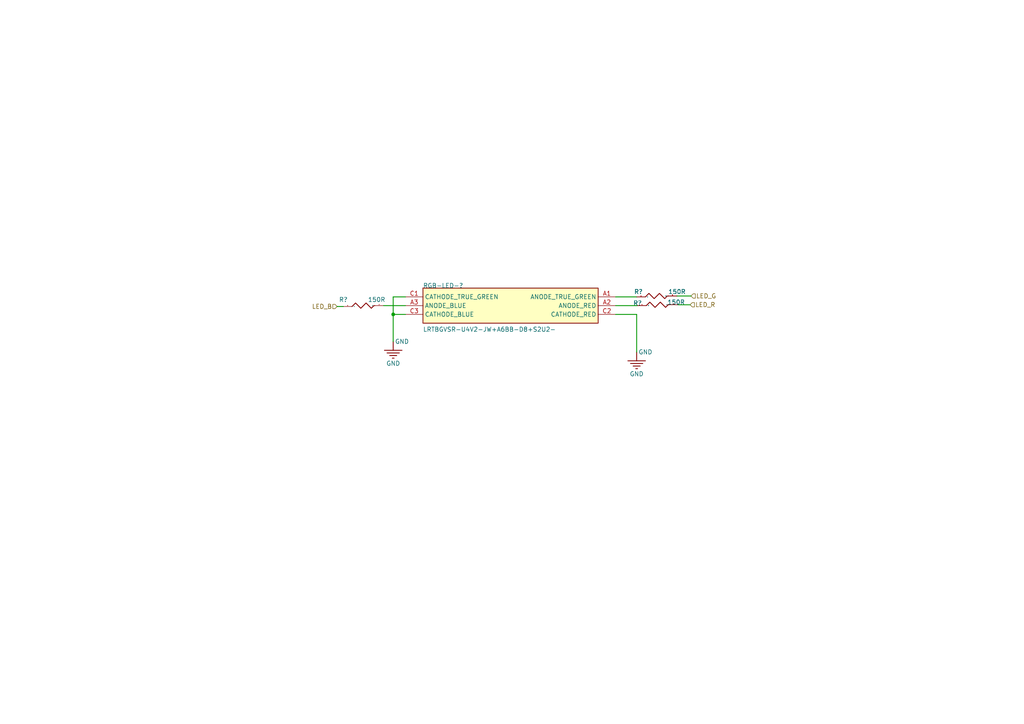
<source format=kicad_sch>
(kicad_sch (version 20230819) (generator eeschema)
  (paper "A4")
  (lib_symbols
    (symbol "asd-altium-import:GND" (power)
      (property "Reference" "#PWR" (at 0 0 0))
      (property "Value" "GND" (at 0 6.35 0))
      (symbol "GND_0_0"
        (polyline (pts (xy -2.54 -2.54) (xy 2.54 -2.54)) (stroke (width 0.254)))
        (polyline (pts (xy -1.778 -3.302) (xy 1.778 -3.302)) (stroke (width 0.254)))
        (polyline (pts (xy -1.016 -4.064) (xy 1.016 -4.064)) (stroke (width 0.254)))
        (polyline (pts (xy -0.254 -4.826) (xy 0.254 -4.826)) (stroke (width 0.254)))
        (polyline (pts (xy 0 0) (xy 0 -2.54)) (stroke (width 0.254)))
        (pin power_in line (at 0 0 0) (length 0) (name "GND") (number ""))
      )
    )
    (symbol "asd-altium-import:root_0_1K"
      (symbol "root_0_1K_1_0"
        (polyline (pts (xy 4.318 4.826) (xy 5.334 5.842) (xy 6.858 4.318) (xy 8.382 5.842) (xy 9.906 4.318) (xy 10.668 5.08) (xy 10.922 5.08)) (stroke (width 0.254)))
        (pin passive line (at 1.778 4.826 0) (length 2.54) (name "1") (number "1"))
        (pin passive line (at 13.462 5.08 180) (length 2.54) (name "2") (number "2"))
      )
    )
    (symbol "asd-altium-import:root_0_LRTBGVSR-U4V2-JW+A6BB-D8+S2U2-"
      (symbol "root_0_LRTBGVSR-U4V2-JW+A6BB-D8+S2U2-_1_0"
        (rectangle (start 55.88 2.54) (end 5.08 -7.62) (stroke (width 0.254) (color 128 0 0 1)) (fill (type background)))
        (pin passive line (at 60.96 0 180) (length 5.08) (name "ANODE_TRUE_GREEN") (number "A1"))
        (pin passive line (at 60.96 -2.54 180) (length 5.08) (name "ANODE_RED") (number "A2"))
        (pin passive line (at 0 -2.54 0) (length 5.08) (name "ANODE_BLUE") (number "A3"))
        (pin passive line (at 0 0 0) (length 5.08) (name "CATHODE_TRUE_GREEN") (number "C1"))
        (pin passive line (at 60.96 -5.08 180) (length 5.08) (name "CATHODE_RED") (number "C2"))
        (pin passive line (at 0 -5.08 0) (length 5.08) (name "CATHODE_BLUE") (number "C3"))
      )
    )
  )
  (junction (at 114.046 91.186))
  (wire (pts (xy 114.046 86.106) (xy 114.046 91.186)) (stroke (width 0.254)))
  (wire (pts (xy 114.046 91.186) (xy 114.046 99.06)) (stroke (width 0.254)))
  (wire (pts (xy 184.658 91.186) (xy 178.562 91.186)) (stroke (width 0.254)))
  (wire (pts (xy 178.562 86.106) (xy 184.658 86.106)) (stroke (width 0.254)))
  (wire (pts (xy 200.406 85.852) (xy 196.342 85.852)) (stroke (width 0.254)))
  (wire (pts (xy 117.602 86.106) (xy 114.046 86.106)) (stroke (width 0.254)))
  (wire (pts (xy 178.562 88.646) (xy 184.912 88.646)) (stroke (width 0.254)))
  (wire (pts (xy 117.602 88.646) (xy 111.252 88.646)) (stroke (width 0.254)))
  (wire (pts (xy 99.568 88.9) (xy 97.79 88.9)) (stroke (width 0.254)))
  (wire (pts (xy 200.152 88.392) (xy 196.596 88.392)) (stroke (width 0.254)))
  (wire (pts (xy 114.046 91.186) (xy 117.602 91.186)) (stroke (width 0.254)))
  (wire (pts (xy 184.658 102.108) (xy 184.658 91.186)) (stroke (width 0.254)))
  (hierarchical_label "LED_R" (shape input) (at 200.152 88.392 0))
  (hierarchical_label "LED_B" (shape input) (at 97.79 88.9 180))
  (hierarchical_label "LED_G" (shape input) (at 200.406 85.852 0))
  (symbol (lib_id "asd-altium-import:root_0_1K") (at 182.88 90.932 0) (unit 1)
    (property "Reference" "R?" (at 183.896 85.344 0) (effects (justify left bottom)))
    (property "Value" "150R" (at 193.802 85.344 0) (effects (justify left bottom)))
    (property "Footprint" "RESC1005X40" (effects hide))
    (instances (project "Bluetooth-Anchor KİCAD" (path "" (reference "R?") (unit 1))) (project "asd" (path "" (reference "R23") (unit 1))))
  )
  (symbol (lib_id "asd-altium-import:GND") (at 114.046 99.06 0) (unit 1)
    (property "Reference" "#PWR025" (effects hide))
    (property "Value" "GND" (at 114.046 105.41 0))
    (instances (project "Bluetooth-Anchor KİCAD" (path "" (reference "#PWR025") (unit 1))) (project "asd" (path "" (reference "#PWR?") (unit 1))))
  )
  (symbol (lib_id "asd-altium-import:root_0_1K") (at 183.134 93.472 0) (unit 1)
    (property "Reference" "R?" (at 183.642 88.646 0) (effects (justify left bottom)))
    (property "Value" "150R" (at 193.548 88.392 0) (effects (justify left bottom)))
    (property "Footprint" "RESC1005X40" (effects hide))
    (instances (project "Bluetooth-Anchor KİCAD" (path "" (reference "R?") (unit 1))) (project "asd" (path "" (reference "R24") (unit 1))))
  )
  (symbol (lib_id "asd-altium-import:root_0_1K") (at 97.79 93.726 0) (unit 1)
    (property "Reference" "R?" (at 98.298 87.63 0) (effects (justify left bottom)))
    (property "Value" "150R" (at 106.68 87.63 0) (effects (justify left bottom)))
    (property "Footprint" "RESC1005X40" (effects hide))
    (instances (project "Bluetooth-Anchor KİCAD" (path "" (reference "R?") (unit 1))) (project "asd" (path "" (reference "R25") (unit 1))))
  )
  (symbol (lib_id "asd-altium-import:root_0_LRTBGVSR-U4V2-JW+A6BB-D8+S2U2-") (at 117.602 86.106 0) (unit 1)
    (property "Reference" "RGB-LED-?" (at 122.682 83.566 0) (effects (justify left bottom)))
    (property "Value" "LRTBGVSR-U4V2-JW+A6BB-D8+S2U2-" (at 122.682 96.266 0) (effects (justify left bottom)))
    (property "Footprint" "LRTBGVSRU4V2JWA6BBD8S2U27Z" (effects hide))
    (property "MANUFACTURER_NAME" "AMS OSRAM GROUP" (effects hide))
    (property "MANUFACTURER_PART_NUMBER" "LRTBGVSR-U4V2-JW+A6BB-D8+S2U2-7Z" (effects hide))
    (property "MOUSER PART NUMBER" "720-LRTBGVSRA8552" (effects hide))
    (property "MOUSER PRICE/STOCK" "https://www.mouser.co.uk/ProductDetail/ams-OSRAM/LRTBGVSR-U4V2-JW%2bA6BB-D8%2bS2U2-7Z?qs=CiayqK2gdcJQilcox4RPEQ%3D%3D" (effects hide))
    (property "ARROW PART NUMBER" "*" (effects hide))
    (property "ARROW PRICE/STOCK" "*" (effects hide))
    (property "DATASHEET LINK" "https://www.osram.com/ecat/LRTBGVSR/com/en/class_pim_web_catalog_103489/prd_pim_device_5154412/" (effects hide))
    (property "GEOMETRY.HEIGHT" "2.15mm" (effects hide))
    (instances (project "Bluetooth-Anchor KİCAD" (path "" (reference "RGB-LED-?") (unit 1))) (project "asd" (path "" (reference "RGB-LED-1") (unit 1))))
  )
  (symbol (lib_id "asd-altium-import:GND") (at 184.658 102.108 0) (unit 1)
    (property "Reference" "#PWR026" (effects hide))
    (property "Value" "GND" (at 184.658 108.458 0))
    (instances (project "Bluetooth-Anchor KİCAD" (path "" (reference "#PWR026") (unit 1))) (project "asd" (path "" (reference "#PWR?") (unit 1))))
  )
)
</source>
